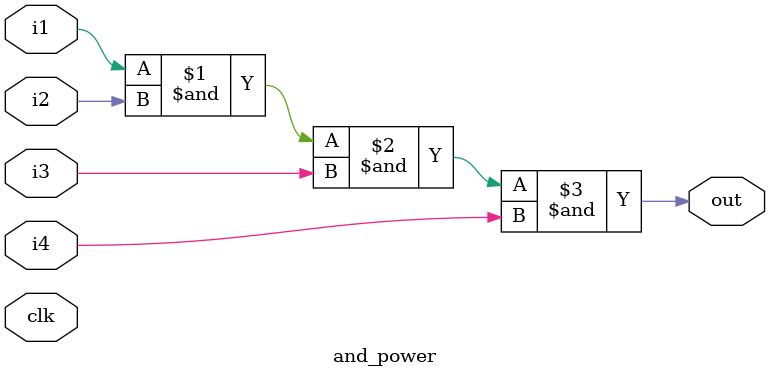
<source format=v>

module and_power (input i1, i2, i3, i4, clk,
                  output out);

    assign out = i1 & i2 & i3 & i4;

endmodule



</source>
